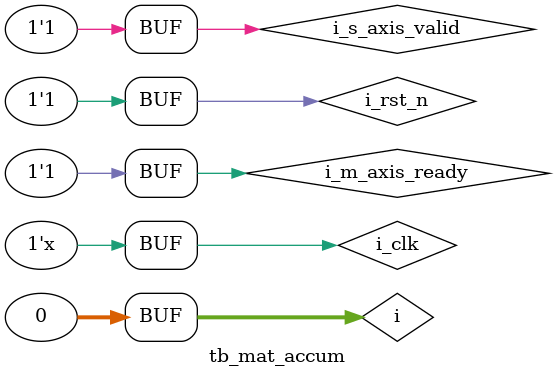
<source format=v>
`timescale 10ps / 1ps


module tb_mat_accum();

reg i_clk;
reg i_rst_n;
reg [7:0] i_s_axis_mats;
wire s_axis_ready;
reg i_s_axis_valid;
wire [7:0] m_axis_res;
wire m_axis_valid;
wire m_axis_last;
reg i_m_axis_ready;

reg floating;

integer i;

mat_accum dut(
	.i_clk(i_clk),
	.i_rst_n(i_rst_n),
	// ---------
	.s_axis_data(i_s_axis_mats),
	.s_axis_ready(s_axis_ready),
	.s_axis_valid(i_s_axis_valid),
	.s_axis_last(floating),
	// ---------
	.m_axis_res_data(m_axis_res),
	.m_axis_res_ready(i_m_axis_ready),
	.m_axis_res_valid(m_axis_valid),
	.m_axis_res_last(m_axis_last)
);


initial
begin
    i_clk <= 0;
    i_rst_n <= 0;
    i <= 0;
	 
    i_s_axis_valid <= 0;
    i_m_axis_ready <= 1;
	 i_s_axis_mats <= 8'h10;
	 
    #10
    i_rst_n <= 1;
	 i_s_axis_valid <= 1;
	 
end

always @(posedge i_clk)
begin
	if (s_axis_ready && i_s_axis_valid) begin
		if (i_s_axis_mats == 8'h30) begin
			i_s_axis_mats <= 8'h10;
		end else begin
			i_s_axis_mats <= i_s_axis_mats + 8'h10;
		end
	end
end


always
begin
	#10 i_clk <= ~i_clk;
end


endmodule
</source>
